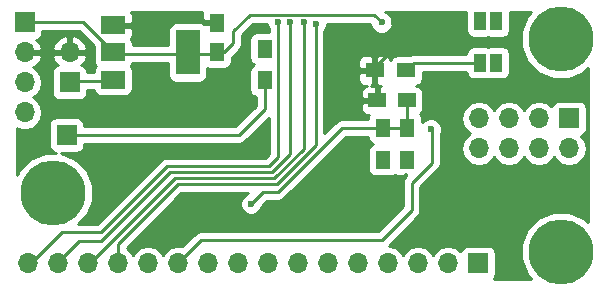
<source format=gbr>
G04 #@! TF.FileFunction,Copper,L1,Top,Signal*
%FSLAX46Y46*%
G04 Gerber Fmt 4.6, Leading zero omitted, Abs format (unit mm)*
G04 Created by KiCad (PCBNEW 4.0.7) date 07/22/18 11:21:55*
%MOMM*%
%LPD*%
G01*
G04 APERTURE LIST*
%ADD10C,0.100000*%
%ADD11R,1.250000X1.500000*%
%ADD12R,1.500000X1.250000*%
%ADD13R,1.000000X1.500000*%
%ADD14R,1.700000X1.700000*%
%ADD15O,1.700000X1.700000*%
%ADD16C,5.500000*%
%ADD17R,2.000000X3.800000*%
%ADD18R,2.000000X1.500000*%
%ADD19R,1.300000X1.500000*%
%ADD20R,1.500000X1.300000*%
%ADD21C,0.600000*%
%ADD22C,0.250000*%
%ADD23C,0.254000*%
G04 APERTURE END LIST*
D10*
D11*
X30861000Y-17125000D03*
X30861000Y-14625000D03*
D12*
X44470000Y-21209000D03*
X46970000Y-21209000D03*
D13*
X53148000Y-18006000D03*
X54548000Y-18006000D03*
X53148000Y-14506000D03*
X54548000Y-14506000D03*
D14*
X14605000Y-14605000D03*
D15*
X14605000Y-17145000D03*
X14605000Y-19685000D03*
X14605000Y-22225000D03*
D16*
X60000000Y-34000000D03*
X60000000Y-16000000D03*
X17000000Y-29000000D03*
D17*
X28423000Y-17145000D03*
D18*
X22123000Y-17145000D03*
X22123000Y-19445000D03*
X22123000Y-14845000D03*
D14*
X53000000Y-35000000D03*
D15*
X50460000Y-35000000D03*
X47920000Y-35000000D03*
X45380000Y-35000000D03*
X42840000Y-35000000D03*
X40300000Y-35000000D03*
X37760000Y-35000000D03*
X35220000Y-35000000D03*
X32680000Y-35000000D03*
X30140000Y-35000000D03*
X27600000Y-35000000D03*
X25060000Y-35000000D03*
X22520000Y-35000000D03*
X19980000Y-35000000D03*
X17440000Y-35000000D03*
X14900000Y-35000000D03*
D19*
X34925000Y-19511000D03*
X34925000Y-16811000D03*
D14*
X18415000Y-19685000D03*
D15*
X18415000Y-17145000D03*
D14*
X60706000Y-22733000D03*
D15*
X60706000Y-25273000D03*
X58166000Y-22733000D03*
X58166000Y-25273000D03*
X55626000Y-22733000D03*
X55626000Y-25273000D03*
X53086000Y-22733000D03*
X53086000Y-25273000D03*
D19*
X44958000Y-23542000D03*
X44958000Y-26242000D03*
X46990000Y-26242000D03*
X46990000Y-23542000D03*
D20*
X44243000Y-18669000D03*
X46943000Y-18669000D03*
D14*
X18161000Y-24130000D03*
D21*
X44831000Y-14605000D03*
X31369000Y-25400000D03*
X39243000Y-28575000D03*
X23622000Y-25400000D03*
X52250000Y-31000000D03*
X56388000Y-17399000D03*
X51054000Y-14605000D03*
X46990000Y-26242000D03*
X45847000Y-14605000D03*
X33782000Y-29972000D03*
X54483000Y-18034000D03*
X54483000Y-14732000D03*
X53213000Y-14478000D03*
X34925000Y-16811000D03*
X39243000Y-14732000D03*
X38227000Y-14605000D03*
X37084000Y-14605000D03*
X36068000Y-14605000D03*
X44958000Y-26242000D03*
X49008000Y-23664000D03*
D22*
X30861000Y-17125000D02*
X31516000Y-17125000D01*
X44196000Y-13970000D02*
X44831000Y-14605000D01*
X33655000Y-13970000D02*
X44196000Y-13970000D01*
X32258000Y-15367000D02*
X33655000Y-13970000D01*
X32258000Y-16383000D02*
X32258000Y-15367000D01*
X31516000Y-17125000D02*
X32258000Y-16383000D01*
X30734000Y-17252000D02*
X28824000Y-17252000D01*
X28824000Y-17252000D02*
X28804000Y-17272000D01*
X22504000Y-17272000D02*
X22225000Y-17272000D01*
X22225000Y-17272000D02*
X19558000Y-14605000D01*
X19558000Y-14605000D02*
X14605000Y-14605000D01*
X28804000Y-17272000D02*
X26035000Y-17272000D01*
X26035000Y-17272000D02*
X22504000Y-17272000D01*
X23622000Y-25400000D02*
X31369000Y-25400000D01*
X55245000Y-16256000D02*
X56388000Y-17399000D01*
X52705000Y-16256000D02*
X55245000Y-16256000D01*
X51054000Y-14605000D02*
X52705000Y-16256000D01*
X44243000Y-18669000D02*
X44243000Y-18368000D01*
X44243000Y-18368000D02*
X45847000Y-16764000D01*
X45847000Y-16764000D02*
X45847000Y-14605000D01*
X44958000Y-23542000D02*
X41482000Y-23542000D01*
X34798000Y-28956000D02*
X33782000Y-29972000D01*
X36068000Y-28956000D02*
X34798000Y-28956000D01*
X41482000Y-23542000D02*
X36068000Y-28956000D01*
X44958000Y-23542000D02*
X46990000Y-23542000D01*
X46990000Y-23542000D02*
X46990000Y-21356000D01*
X46990000Y-21356000D02*
X46970000Y-21336000D01*
X53148000Y-18006000D02*
X47606000Y-18006000D01*
X47606000Y-18006000D02*
X46943000Y-18669000D01*
X54483000Y-18034000D02*
X54511000Y-18006000D01*
X54511000Y-18006000D02*
X54548000Y-18006000D01*
X54483000Y-14732000D02*
X54548000Y-14667000D01*
X54548000Y-14667000D02*
X54548000Y-14506000D01*
X53213000Y-14478000D02*
X53185000Y-14506000D01*
X53185000Y-14506000D02*
X53148000Y-14506000D01*
X22520000Y-35000000D02*
X22520000Y-33360000D01*
X39243000Y-25019000D02*
X39243000Y-14732000D01*
X35941000Y-28321000D02*
X39243000Y-25019000D01*
X27559000Y-28321000D02*
X35941000Y-28321000D01*
X22520000Y-33360000D02*
X27559000Y-28321000D01*
X19980000Y-35000000D02*
X20118000Y-35000000D01*
X20118000Y-35000000D02*
X27305000Y-27813000D01*
X27305000Y-27813000D02*
X35744998Y-27813000D01*
X35744998Y-27813000D02*
X38227000Y-25330998D01*
X38227000Y-25330998D02*
X38227000Y-14605000D01*
X17440000Y-35000000D02*
X17440000Y-34884000D01*
X17440000Y-34884000D02*
X19177000Y-33147000D01*
X19177000Y-33147000D02*
X21082000Y-33147000D01*
X21082000Y-33147000D02*
X26924000Y-27305000D01*
X26924000Y-27305000D02*
X35560000Y-27305000D01*
X35560000Y-27305000D02*
X37084000Y-25781000D01*
X37084000Y-25781000D02*
X37084000Y-14605000D01*
X14900000Y-35000000D02*
X15165000Y-35000000D01*
X15165000Y-35000000D02*
X17780000Y-32385000D01*
X17780000Y-32385000D02*
X21082000Y-32385000D01*
X21082000Y-32385000D02*
X26670000Y-26797000D01*
X26670000Y-26797000D02*
X35306000Y-26797000D01*
X35306000Y-26797000D02*
X36068000Y-26035000D01*
X36068000Y-26035000D02*
X36068000Y-14605000D01*
X22504000Y-19572000D02*
X22479000Y-19558000D01*
X22479000Y-19558000D02*
X18542000Y-19558000D01*
X18542000Y-19558000D02*
X18415000Y-19685000D01*
X34925000Y-19511000D02*
X34925000Y-21971000D01*
X32766000Y-24130000D02*
X18161000Y-24130000D01*
X34925000Y-21971000D02*
X32766000Y-24130000D01*
X27600000Y-35000000D02*
X29580000Y-33020000D01*
X44831000Y-33020000D02*
X29580000Y-33020000D01*
X47371000Y-30480000D02*
X44831000Y-33020000D01*
X47371000Y-28194000D02*
X47371000Y-30480000D01*
X49093000Y-26472000D02*
X47371000Y-28194000D01*
X49093000Y-23749000D02*
X49093000Y-26472000D01*
X49093000Y-23749000D02*
X49008000Y-23664000D01*
D23*
G36*
X52000560Y-13756000D02*
X52000560Y-15256000D01*
X52044838Y-15491317D01*
X52183910Y-15707441D01*
X52396110Y-15852431D01*
X52648000Y-15903440D01*
X53648000Y-15903440D01*
X53855342Y-15864426D01*
X54048000Y-15903440D01*
X55048000Y-15903440D01*
X55283317Y-15859162D01*
X55499441Y-15720090D01*
X55644431Y-15507890D01*
X55695440Y-15256000D01*
X55695440Y-13756000D01*
X55686784Y-13710000D01*
X57502704Y-13710000D01*
X57132010Y-14080048D01*
X56615589Y-15323728D01*
X56614414Y-16670364D01*
X57128663Y-17914943D01*
X58080048Y-18867990D01*
X59323728Y-19384411D01*
X60670364Y-19385586D01*
X61914943Y-18871337D01*
X62290000Y-18496934D01*
X62290000Y-31502704D01*
X61919952Y-31132010D01*
X60676272Y-30615589D01*
X59329636Y-30614414D01*
X58085057Y-31128663D01*
X57132010Y-32080048D01*
X56615589Y-33323728D01*
X56614414Y-34670364D01*
X57128663Y-35914943D01*
X57503066Y-36290000D01*
X54317901Y-36290000D01*
X54446431Y-36101890D01*
X54497440Y-35850000D01*
X54497440Y-34150000D01*
X54453162Y-33914683D01*
X54314090Y-33698559D01*
X54101890Y-33553569D01*
X53850000Y-33502560D01*
X52150000Y-33502560D01*
X51914683Y-33546838D01*
X51698559Y-33685910D01*
X51553569Y-33898110D01*
X51539914Y-33965541D01*
X51510054Y-33920853D01*
X51028285Y-33598946D01*
X50460000Y-33485907D01*
X49891715Y-33598946D01*
X49409946Y-33920853D01*
X49190000Y-34250026D01*
X48970054Y-33920853D01*
X48488285Y-33598946D01*
X47920000Y-33485907D01*
X47351715Y-33598946D01*
X46869946Y-33920853D01*
X46650000Y-34250026D01*
X46430054Y-33920853D01*
X45948285Y-33598946D01*
X45429958Y-33495844D01*
X47908401Y-31017401D01*
X48073148Y-30770840D01*
X48104263Y-30614414D01*
X48131000Y-30480000D01*
X48131000Y-28508802D01*
X49630401Y-27009401D01*
X49795148Y-26762839D01*
X49853000Y-26472000D01*
X49853000Y-24067152D01*
X49942838Y-23850799D01*
X49943162Y-23478833D01*
X49801117Y-23135057D01*
X49538327Y-22871808D01*
X49194799Y-22729162D01*
X48822833Y-22728838D01*
X48479057Y-22870883D01*
X48287440Y-23062166D01*
X48287440Y-22792000D01*
X48270865Y-22703907D01*
X51601000Y-22703907D01*
X51601000Y-22762093D01*
X51714039Y-23330378D01*
X52035946Y-23812147D01*
X52321578Y-24003000D01*
X52035946Y-24193853D01*
X51714039Y-24675622D01*
X51601000Y-25243907D01*
X51601000Y-25302093D01*
X51714039Y-25870378D01*
X52035946Y-26352147D01*
X52517715Y-26674054D01*
X53086000Y-26787093D01*
X53654285Y-26674054D01*
X54136054Y-26352147D01*
X54356000Y-26022974D01*
X54575946Y-26352147D01*
X55057715Y-26674054D01*
X55626000Y-26787093D01*
X56194285Y-26674054D01*
X56676054Y-26352147D01*
X56896000Y-26022974D01*
X57115946Y-26352147D01*
X57597715Y-26674054D01*
X58166000Y-26787093D01*
X58734285Y-26674054D01*
X59216054Y-26352147D01*
X59436000Y-26022974D01*
X59655946Y-26352147D01*
X60137715Y-26674054D01*
X60706000Y-26787093D01*
X61274285Y-26674054D01*
X61756054Y-26352147D01*
X62077961Y-25870378D01*
X62191000Y-25302093D01*
X62191000Y-25243907D01*
X62077961Y-24675622D01*
X61756054Y-24193853D01*
X61754821Y-24193029D01*
X61791317Y-24186162D01*
X62007441Y-24047090D01*
X62152431Y-23834890D01*
X62203440Y-23583000D01*
X62203440Y-21883000D01*
X62159162Y-21647683D01*
X62020090Y-21431559D01*
X61807890Y-21286569D01*
X61556000Y-21235560D01*
X59856000Y-21235560D01*
X59620683Y-21279838D01*
X59404559Y-21418910D01*
X59259569Y-21631110D01*
X59245914Y-21698541D01*
X59216054Y-21653853D01*
X58734285Y-21331946D01*
X58166000Y-21218907D01*
X57597715Y-21331946D01*
X57115946Y-21653853D01*
X56896000Y-21983026D01*
X56676054Y-21653853D01*
X56194285Y-21331946D01*
X55626000Y-21218907D01*
X55057715Y-21331946D01*
X54575946Y-21653853D01*
X54356000Y-21983026D01*
X54136054Y-21653853D01*
X53654285Y-21331946D01*
X53086000Y-21218907D01*
X52517715Y-21331946D01*
X52035946Y-21653853D01*
X51714039Y-22135622D01*
X51601000Y-22703907D01*
X48270865Y-22703907D01*
X48243162Y-22556683D01*
X48104486Y-22341174D01*
X48171441Y-22298090D01*
X48316431Y-22085890D01*
X48367440Y-21834000D01*
X48367440Y-20584000D01*
X48323162Y-20348683D01*
X48184090Y-20132559D01*
X47971890Y-19987569D01*
X47783480Y-19949415D01*
X47928317Y-19922162D01*
X48144441Y-19783090D01*
X48289431Y-19570890D01*
X48340440Y-19319000D01*
X48340440Y-18766000D01*
X52002442Y-18766000D01*
X52044838Y-18991317D01*
X52183910Y-19207441D01*
X52396110Y-19352431D01*
X52648000Y-19403440D01*
X53648000Y-19403440D01*
X53855342Y-19364426D01*
X54048000Y-19403440D01*
X55048000Y-19403440D01*
X55283317Y-19359162D01*
X55499441Y-19220090D01*
X55644431Y-19007890D01*
X55695440Y-18756000D01*
X55695440Y-17256000D01*
X55651162Y-17020683D01*
X55512090Y-16804559D01*
X55299890Y-16659569D01*
X55048000Y-16608560D01*
X54048000Y-16608560D01*
X53840658Y-16647574D01*
X53648000Y-16608560D01*
X52648000Y-16608560D01*
X52412683Y-16652838D01*
X52196559Y-16791910D01*
X52051569Y-17004110D01*
X52002585Y-17246000D01*
X47606000Y-17246000D01*
X47315161Y-17303852D01*
X47213829Y-17371560D01*
X46193000Y-17371560D01*
X45957683Y-17415838D01*
X45741559Y-17554910D01*
X45596569Y-17767110D01*
X45589809Y-17800490D01*
X45531327Y-17659301D01*
X45352698Y-17480673D01*
X45119309Y-17384000D01*
X44528750Y-17384000D01*
X44370000Y-17542750D01*
X44370000Y-18542000D01*
X44390000Y-18542000D01*
X44390000Y-18796000D01*
X44370000Y-18796000D01*
X44370000Y-19795250D01*
X44528750Y-19954000D01*
X44750750Y-19954000D01*
X44597000Y-20107750D01*
X44597000Y-21082000D01*
X44617000Y-21082000D01*
X44617000Y-21336000D01*
X44597000Y-21336000D01*
X44597000Y-21356000D01*
X44343000Y-21356000D01*
X44343000Y-21336000D01*
X43243750Y-21336000D01*
X43085000Y-21494750D01*
X43085000Y-21960310D01*
X43181673Y-22193699D01*
X43360302Y-22372327D01*
X43593691Y-22469000D01*
X43760156Y-22469000D01*
X43711569Y-22540110D01*
X43662585Y-22782000D01*
X41482000Y-22782000D01*
X41191160Y-22839852D01*
X40944599Y-23004599D01*
X40003000Y-23946198D01*
X40003000Y-18954750D01*
X42858000Y-18954750D01*
X42858000Y-19445310D01*
X42954673Y-19678699D01*
X43133302Y-19857327D01*
X43366691Y-19954000D01*
X43581620Y-19954000D01*
X43360302Y-20045673D01*
X43181673Y-20224301D01*
X43085000Y-20457690D01*
X43085000Y-20923250D01*
X43243750Y-21082000D01*
X44343000Y-21082000D01*
X44343000Y-20107750D01*
X44184250Y-19949000D01*
X43962250Y-19949000D01*
X44116000Y-19795250D01*
X44116000Y-18796000D01*
X43016750Y-18796000D01*
X42858000Y-18954750D01*
X40003000Y-18954750D01*
X40003000Y-17892690D01*
X42858000Y-17892690D01*
X42858000Y-18383250D01*
X43016750Y-18542000D01*
X44116000Y-18542000D01*
X44116000Y-17542750D01*
X43957250Y-17384000D01*
X43366691Y-17384000D01*
X43133302Y-17480673D01*
X42954673Y-17659301D01*
X42858000Y-17892690D01*
X40003000Y-17892690D01*
X40003000Y-15294463D01*
X40035192Y-15262327D01*
X40177838Y-14918799D01*
X40178002Y-14730000D01*
X43881198Y-14730000D01*
X43895878Y-14744680D01*
X43895838Y-14790167D01*
X44037883Y-15133943D01*
X44300673Y-15397192D01*
X44644201Y-15539838D01*
X45016167Y-15540162D01*
X45359943Y-15398117D01*
X45623192Y-15135327D01*
X45765838Y-14791799D01*
X45766162Y-14419833D01*
X45624117Y-14076057D01*
X45361327Y-13812808D01*
X45113739Y-13710000D01*
X52009875Y-13710000D01*
X52000560Y-13756000D01*
X52000560Y-13756000D01*
G37*
X52000560Y-13756000D02*
X52000560Y-15256000D01*
X52044838Y-15491317D01*
X52183910Y-15707441D01*
X52396110Y-15852431D01*
X52648000Y-15903440D01*
X53648000Y-15903440D01*
X53855342Y-15864426D01*
X54048000Y-15903440D01*
X55048000Y-15903440D01*
X55283317Y-15859162D01*
X55499441Y-15720090D01*
X55644431Y-15507890D01*
X55695440Y-15256000D01*
X55695440Y-13756000D01*
X55686784Y-13710000D01*
X57502704Y-13710000D01*
X57132010Y-14080048D01*
X56615589Y-15323728D01*
X56614414Y-16670364D01*
X57128663Y-17914943D01*
X58080048Y-18867990D01*
X59323728Y-19384411D01*
X60670364Y-19385586D01*
X61914943Y-18871337D01*
X62290000Y-18496934D01*
X62290000Y-31502704D01*
X61919952Y-31132010D01*
X60676272Y-30615589D01*
X59329636Y-30614414D01*
X58085057Y-31128663D01*
X57132010Y-32080048D01*
X56615589Y-33323728D01*
X56614414Y-34670364D01*
X57128663Y-35914943D01*
X57503066Y-36290000D01*
X54317901Y-36290000D01*
X54446431Y-36101890D01*
X54497440Y-35850000D01*
X54497440Y-34150000D01*
X54453162Y-33914683D01*
X54314090Y-33698559D01*
X54101890Y-33553569D01*
X53850000Y-33502560D01*
X52150000Y-33502560D01*
X51914683Y-33546838D01*
X51698559Y-33685910D01*
X51553569Y-33898110D01*
X51539914Y-33965541D01*
X51510054Y-33920853D01*
X51028285Y-33598946D01*
X50460000Y-33485907D01*
X49891715Y-33598946D01*
X49409946Y-33920853D01*
X49190000Y-34250026D01*
X48970054Y-33920853D01*
X48488285Y-33598946D01*
X47920000Y-33485907D01*
X47351715Y-33598946D01*
X46869946Y-33920853D01*
X46650000Y-34250026D01*
X46430054Y-33920853D01*
X45948285Y-33598946D01*
X45429958Y-33495844D01*
X47908401Y-31017401D01*
X48073148Y-30770840D01*
X48104263Y-30614414D01*
X48131000Y-30480000D01*
X48131000Y-28508802D01*
X49630401Y-27009401D01*
X49795148Y-26762839D01*
X49853000Y-26472000D01*
X49853000Y-24067152D01*
X49942838Y-23850799D01*
X49943162Y-23478833D01*
X49801117Y-23135057D01*
X49538327Y-22871808D01*
X49194799Y-22729162D01*
X48822833Y-22728838D01*
X48479057Y-22870883D01*
X48287440Y-23062166D01*
X48287440Y-22792000D01*
X48270865Y-22703907D01*
X51601000Y-22703907D01*
X51601000Y-22762093D01*
X51714039Y-23330378D01*
X52035946Y-23812147D01*
X52321578Y-24003000D01*
X52035946Y-24193853D01*
X51714039Y-24675622D01*
X51601000Y-25243907D01*
X51601000Y-25302093D01*
X51714039Y-25870378D01*
X52035946Y-26352147D01*
X52517715Y-26674054D01*
X53086000Y-26787093D01*
X53654285Y-26674054D01*
X54136054Y-26352147D01*
X54356000Y-26022974D01*
X54575946Y-26352147D01*
X55057715Y-26674054D01*
X55626000Y-26787093D01*
X56194285Y-26674054D01*
X56676054Y-26352147D01*
X56896000Y-26022974D01*
X57115946Y-26352147D01*
X57597715Y-26674054D01*
X58166000Y-26787093D01*
X58734285Y-26674054D01*
X59216054Y-26352147D01*
X59436000Y-26022974D01*
X59655946Y-26352147D01*
X60137715Y-26674054D01*
X60706000Y-26787093D01*
X61274285Y-26674054D01*
X61756054Y-26352147D01*
X62077961Y-25870378D01*
X62191000Y-25302093D01*
X62191000Y-25243907D01*
X62077961Y-24675622D01*
X61756054Y-24193853D01*
X61754821Y-24193029D01*
X61791317Y-24186162D01*
X62007441Y-24047090D01*
X62152431Y-23834890D01*
X62203440Y-23583000D01*
X62203440Y-21883000D01*
X62159162Y-21647683D01*
X62020090Y-21431559D01*
X61807890Y-21286569D01*
X61556000Y-21235560D01*
X59856000Y-21235560D01*
X59620683Y-21279838D01*
X59404559Y-21418910D01*
X59259569Y-21631110D01*
X59245914Y-21698541D01*
X59216054Y-21653853D01*
X58734285Y-21331946D01*
X58166000Y-21218907D01*
X57597715Y-21331946D01*
X57115946Y-21653853D01*
X56896000Y-21983026D01*
X56676054Y-21653853D01*
X56194285Y-21331946D01*
X55626000Y-21218907D01*
X55057715Y-21331946D01*
X54575946Y-21653853D01*
X54356000Y-21983026D01*
X54136054Y-21653853D01*
X53654285Y-21331946D01*
X53086000Y-21218907D01*
X52517715Y-21331946D01*
X52035946Y-21653853D01*
X51714039Y-22135622D01*
X51601000Y-22703907D01*
X48270865Y-22703907D01*
X48243162Y-22556683D01*
X48104486Y-22341174D01*
X48171441Y-22298090D01*
X48316431Y-22085890D01*
X48367440Y-21834000D01*
X48367440Y-20584000D01*
X48323162Y-20348683D01*
X48184090Y-20132559D01*
X47971890Y-19987569D01*
X47783480Y-19949415D01*
X47928317Y-19922162D01*
X48144441Y-19783090D01*
X48289431Y-19570890D01*
X48340440Y-19319000D01*
X48340440Y-18766000D01*
X52002442Y-18766000D01*
X52044838Y-18991317D01*
X52183910Y-19207441D01*
X52396110Y-19352431D01*
X52648000Y-19403440D01*
X53648000Y-19403440D01*
X53855342Y-19364426D01*
X54048000Y-19403440D01*
X55048000Y-19403440D01*
X55283317Y-19359162D01*
X55499441Y-19220090D01*
X55644431Y-19007890D01*
X55695440Y-18756000D01*
X55695440Y-17256000D01*
X55651162Y-17020683D01*
X55512090Y-16804559D01*
X55299890Y-16659569D01*
X55048000Y-16608560D01*
X54048000Y-16608560D01*
X53840658Y-16647574D01*
X53648000Y-16608560D01*
X52648000Y-16608560D01*
X52412683Y-16652838D01*
X52196559Y-16791910D01*
X52051569Y-17004110D01*
X52002585Y-17246000D01*
X47606000Y-17246000D01*
X47315161Y-17303852D01*
X47213829Y-17371560D01*
X46193000Y-17371560D01*
X45957683Y-17415838D01*
X45741559Y-17554910D01*
X45596569Y-17767110D01*
X45589809Y-17800490D01*
X45531327Y-17659301D01*
X45352698Y-17480673D01*
X45119309Y-17384000D01*
X44528750Y-17384000D01*
X44370000Y-17542750D01*
X44370000Y-18542000D01*
X44390000Y-18542000D01*
X44390000Y-18796000D01*
X44370000Y-18796000D01*
X44370000Y-19795250D01*
X44528750Y-19954000D01*
X44750750Y-19954000D01*
X44597000Y-20107750D01*
X44597000Y-21082000D01*
X44617000Y-21082000D01*
X44617000Y-21336000D01*
X44597000Y-21336000D01*
X44597000Y-21356000D01*
X44343000Y-21356000D01*
X44343000Y-21336000D01*
X43243750Y-21336000D01*
X43085000Y-21494750D01*
X43085000Y-21960310D01*
X43181673Y-22193699D01*
X43360302Y-22372327D01*
X43593691Y-22469000D01*
X43760156Y-22469000D01*
X43711569Y-22540110D01*
X43662585Y-22782000D01*
X41482000Y-22782000D01*
X41191160Y-22839852D01*
X40944599Y-23004599D01*
X40003000Y-23946198D01*
X40003000Y-18954750D01*
X42858000Y-18954750D01*
X42858000Y-19445310D01*
X42954673Y-19678699D01*
X43133302Y-19857327D01*
X43366691Y-19954000D01*
X43581620Y-19954000D01*
X43360302Y-20045673D01*
X43181673Y-20224301D01*
X43085000Y-20457690D01*
X43085000Y-20923250D01*
X43243750Y-21082000D01*
X44343000Y-21082000D01*
X44343000Y-20107750D01*
X44184250Y-19949000D01*
X43962250Y-19949000D01*
X44116000Y-19795250D01*
X44116000Y-18796000D01*
X43016750Y-18796000D01*
X42858000Y-18954750D01*
X40003000Y-18954750D01*
X40003000Y-17892690D01*
X42858000Y-17892690D01*
X42858000Y-18383250D01*
X43016750Y-18542000D01*
X44116000Y-18542000D01*
X44116000Y-17542750D01*
X43957250Y-17384000D01*
X43366691Y-17384000D01*
X43133302Y-17480673D01*
X42954673Y-17659301D01*
X42858000Y-17892690D01*
X40003000Y-17892690D01*
X40003000Y-15294463D01*
X40035192Y-15262327D01*
X40177838Y-14918799D01*
X40178002Y-14730000D01*
X43881198Y-14730000D01*
X43895878Y-14744680D01*
X43895838Y-14790167D01*
X44037883Y-15133943D01*
X44300673Y-15397192D01*
X44644201Y-15539838D01*
X45016167Y-15540162D01*
X45359943Y-15398117D01*
X45623192Y-15135327D01*
X45765838Y-14791799D01*
X45766162Y-14419833D01*
X45624117Y-14076057D01*
X45361327Y-13812808D01*
X45113739Y-13710000D01*
X52009875Y-13710000D01*
X52000560Y-13756000D01*
G36*
X43704838Y-24527317D02*
X43843910Y-24743441D01*
X44056110Y-24888431D01*
X44069197Y-24891081D01*
X43856559Y-25027910D01*
X43711569Y-25240110D01*
X43660560Y-25492000D01*
X43660560Y-26992000D01*
X43704838Y-27227317D01*
X43843910Y-27443441D01*
X44056110Y-27588431D01*
X44308000Y-27639440D01*
X45608000Y-27639440D01*
X45843317Y-27595162D01*
X45966117Y-27516143D01*
X45980301Y-27530327D01*
X46213690Y-27627000D01*
X46704250Y-27627000D01*
X46862998Y-27468252D01*
X46862998Y-27627000D01*
X46863198Y-27627000D01*
X46833599Y-27656599D01*
X46668852Y-27903161D01*
X46611000Y-28194000D01*
X46611000Y-30165198D01*
X44516198Y-32260000D01*
X29580000Y-32260000D01*
X29289161Y-32317852D01*
X29042599Y-32482599D01*
X27966408Y-33558790D01*
X27600000Y-33485907D01*
X27031715Y-33598946D01*
X26549946Y-33920853D01*
X26330000Y-34250026D01*
X26110054Y-33920853D01*
X25628285Y-33598946D01*
X25060000Y-33485907D01*
X24491715Y-33598946D01*
X24009946Y-33920853D01*
X23790000Y-34250026D01*
X23570054Y-33920853D01*
X23280000Y-33727046D01*
X23280000Y-33674802D01*
X27873802Y-29081000D01*
X33489953Y-29081000D01*
X33253057Y-29178883D01*
X32989808Y-29441673D01*
X32847162Y-29785201D01*
X32846838Y-30157167D01*
X32988883Y-30500943D01*
X33251673Y-30764192D01*
X33595201Y-30906838D01*
X33967167Y-30907162D01*
X34310943Y-30765117D01*
X34574192Y-30502327D01*
X34716838Y-30158799D01*
X34716879Y-30111923D01*
X35112802Y-29716000D01*
X36068000Y-29716000D01*
X36358839Y-29658148D01*
X36605401Y-29493401D01*
X41796802Y-24302000D01*
X43662442Y-24302000D01*
X43704838Y-24527317D01*
X43704838Y-24527317D01*
G37*
X43704838Y-24527317D02*
X43843910Y-24743441D01*
X44056110Y-24888431D01*
X44069197Y-24891081D01*
X43856559Y-25027910D01*
X43711569Y-25240110D01*
X43660560Y-25492000D01*
X43660560Y-26992000D01*
X43704838Y-27227317D01*
X43843910Y-27443441D01*
X44056110Y-27588431D01*
X44308000Y-27639440D01*
X45608000Y-27639440D01*
X45843317Y-27595162D01*
X45966117Y-27516143D01*
X45980301Y-27530327D01*
X46213690Y-27627000D01*
X46704250Y-27627000D01*
X46862998Y-27468252D01*
X46862998Y-27627000D01*
X46863198Y-27627000D01*
X46833599Y-27656599D01*
X46668852Y-27903161D01*
X46611000Y-28194000D01*
X46611000Y-30165198D01*
X44516198Y-32260000D01*
X29580000Y-32260000D01*
X29289161Y-32317852D01*
X29042599Y-32482599D01*
X27966408Y-33558790D01*
X27600000Y-33485907D01*
X27031715Y-33598946D01*
X26549946Y-33920853D01*
X26330000Y-34250026D01*
X26110054Y-33920853D01*
X25628285Y-33598946D01*
X25060000Y-33485907D01*
X24491715Y-33598946D01*
X24009946Y-33920853D01*
X23790000Y-34250026D01*
X23570054Y-33920853D01*
X23280000Y-33727046D01*
X23280000Y-33674802D01*
X27873802Y-29081000D01*
X33489953Y-29081000D01*
X33253057Y-29178883D01*
X32989808Y-29441673D01*
X32847162Y-29785201D01*
X32846838Y-30157167D01*
X32988883Y-30500943D01*
X33251673Y-30764192D01*
X33595201Y-30906838D01*
X33967167Y-30907162D01*
X34310943Y-30765117D01*
X34574192Y-30502327D01*
X34716838Y-30158799D01*
X34716879Y-30111923D01*
X35112802Y-29716000D01*
X36068000Y-29716000D01*
X36358839Y-29658148D01*
X36605401Y-29493401D01*
X41796802Y-24302000D01*
X43662442Y-24302000D01*
X43704838Y-24527317D01*
G36*
X35308000Y-25720198D02*
X34991198Y-26037000D01*
X26670000Y-26037000D01*
X26379160Y-26094852D01*
X26132599Y-26259599D01*
X20767198Y-31625000D01*
X19161710Y-31625000D01*
X19867990Y-30919952D01*
X20384411Y-29676272D01*
X20385586Y-28329636D01*
X19871337Y-27085057D01*
X18919952Y-26132010D01*
X17704812Y-25627440D01*
X19011000Y-25627440D01*
X19246317Y-25583162D01*
X19462441Y-25444090D01*
X19607431Y-25231890D01*
X19658440Y-24980000D01*
X19658440Y-24890000D01*
X32766000Y-24890000D01*
X33056839Y-24832148D01*
X33303401Y-24667401D01*
X35308000Y-22662802D01*
X35308000Y-25720198D01*
X35308000Y-25720198D01*
G37*
X35308000Y-25720198D02*
X34991198Y-26037000D01*
X26670000Y-26037000D01*
X26379160Y-26094852D01*
X26132599Y-26259599D01*
X20767198Y-31625000D01*
X19161710Y-31625000D01*
X19867990Y-30919952D01*
X20384411Y-29676272D01*
X20385586Y-28329636D01*
X19871337Y-27085057D01*
X18919952Y-26132010D01*
X17704812Y-25627440D01*
X19011000Y-25627440D01*
X19246317Y-25583162D01*
X19462441Y-25444090D01*
X19607431Y-25231890D01*
X19658440Y-24980000D01*
X19658440Y-24890000D01*
X32766000Y-24890000D01*
X33056839Y-24832148D01*
X33303401Y-24667401D01*
X35308000Y-22662802D01*
X35308000Y-25720198D01*
G36*
X35132838Y-14790167D02*
X35274883Y-15133943D01*
X35308000Y-15167118D01*
X35308000Y-15413560D01*
X34275000Y-15413560D01*
X34039683Y-15457838D01*
X33823559Y-15596910D01*
X33678569Y-15809110D01*
X33627560Y-16061000D01*
X33627560Y-17561000D01*
X33671838Y-17796317D01*
X33810910Y-18012441D01*
X34023110Y-18157431D01*
X34036197Y-18160081D01*
X33823559Y-18296910D01*
X33678569Y-18509110D01*
X33627560Y-18761000D01*
X33627560Y-20261000D01*
X33671838Y-20496317D01*
X33810910Y-20712441D01*
X34023110Y-20857431D01*
X34165000Y-20886164D01*
X34165000Y-21656198D01*
X32451198Y-23370000D01*
X19658440Y-23370000D01*
X19658440Y-23280000D01*
X19614162Y-23044683D01*
X19475090Y-22828559D01*
X19262890Y-22683569D01*
X19011000Y-22632560D01*
X17311000Y-22632560D01*
X17075683Y-22676838D01*
X16859559Y-22815910D01*
X16714569Y-23028110D01*
X16663560Y-23280000D01*
X16663560Y-24980000D01*
X16707838Y-25215317D01*
X16846910Y-25431441D01*
X17059110Y-25576431D01*
X17250644Y-25615218D01*
X16329636Y-25614414D01*
X15085057Y-26128663D01*
X14132010Y-27080048D01*
X13960000Y-27494294D01*
X13960000Y-23565141D01*
X14007622Y-23596961D01*
X14575907Y-23710000D01*
X14634093Y-23710000D01*
X15202378Y-23596961D01*
X15684147Y-23275054D01*
X16006054Y-22793285D01*
X16119093Y-22225000D01*
X16006054Y-21656715D01*
X15684147Y-21174946D01*
X15354974Y-20955000D01*
X15684147Y-20735054D01*
X16006054Y-20253285D01*
X16119093Y-19685000D01*
X16006054Y-19116715D01*
X15684147Y-18634946D01*
X15343447Y-18407298D01*
X15486358Y-18340183D01*
X15876645Y-17911924D01*
X16046476Y-17501890D01*
X15925155Y-17272000D01*
X14732000Y-17272000D01*
X14732000Y-17292000D01*
X14478000Y-17292000D01*
X14478000Y-17272000D01*
X14458000Y-17272000D01*
X14458000Y-17018000D01*
X14478000Y-17018000D01*
X14478000Y-16998000D01*
X14732000Y-16998000D01*
X14732000Y-17018000D01*
X15925155Y-17018000D01*
X16046476Y-16788110D01*
X16973524Y-16788110D01*
X17094845Y-17018000D01*
X18288000Y-17018000D01*
X18288000Y-15824181D01*
X18542000Y-15824181D01*
X18542000Y-17018000D01*
X19735155Y-17018000D01*
X19856476Y-16788110D01*
X19686645Y-16378076D01*
X19296358Y-15949817D01*
X18771892Y-15703514D01*
X18542000Y-15824181D01*
X18288000Y-15824181D01*
X18058108Y-15703514D01*
X17533642Y-15949817D01*
X17143355Y-16378076D01*
X16973524Y-16788110D01*
X16046476Y-16788110D01*
X15876645Y-16378076D01*
X15600499Y-16075063D01*
X15690317Y-16058162D01*
X15906441Y-15919090D01*
X16051431Y-15706890D01*
X16102440Y-15455000D01*
X16102440Y-15365000D01*
X19243198Y-15365000D01*
X20475560Y-16597362D01*
X20475560Y-17895000D01*
X20519838Y-18130317D01*
X20626759Y-18296477D01*
X20526569Y-18443110D01*
X20475560Y-18695000D01*
X20475560Y-18798000D01*
X19905478Y-18798000D01*
X19868162Y-18599683D01*
X19729090Y-18383559D01*
X19516890Y-18238569D01*
X19408893Y-18216699D01*
X19686645Y-17911924D01*
X19856476Y-17501890D01*
X19735155Y-17272000D01*
X18542000Y-17272000D01*
X18542000Y-17292000D01*
X18288000Y-17292000D01*
X18288000Y-17272000D01*
X17094845Y-17272000D01*
X16973524Y-17501890D01*
X17143355Y-17911924D01*
X17419501Y-18214937D01*
X17329683Y-18231838D01*
X17113559Y-18370910D01*
X16968569Y-18583110D01*
X16917560Y-18835000D01*
X16917560Y-20535000D01*
X16961838Y-20770317D01*
X17100910Y-20986441D01*
X17313110Y-21131431D01*
X17565000Y-21182440D01*
X19265000Y-21182440D01*
X19500317Y-21138162D01*
X19716441Y-20999090D01*
X19861431Y-20786890D01*
X19912440Y-20535000D01*
X19912440Y-20318000D01*
X20498704Y-20318000D01*
X20519838Y-20430317D01*
X20658910Y-20646441D01*
X20871110Y-20791431D01*
X21123000Y-20842440D01*
X23123000Y-20842440D01*
X23358317Y-20798162D01*
X23574441Y-20659090D01*
X23719431Y-20446890D01*
X23770440Y-20195000D01*
X23770440Y-18695000D01*
X23726162Y-18459683D01*
X23619241Y-18293523D01*
X23719431Y-18146890D01*
X23742697Y-18032000D01*
X26775560Y-18032000D01*
X26775560Y-19045000D01*
X26819838Y-19280317D01*
X26958910Y-19496441D01*
X27171110Y-19641431D01*
X27423000Y-19692440D01*
X29423000Y-19692440D01*
X29658317Y-19648162D01*
X29874441Y-19509090D01*
X30019431Y-19296890D01*
X30070440Y-19045000D01*
X30070440Y-18488913D01*
X30236000Y-18522440D01*
X31486000Y-18522440D01*
X31721317Y-18478162D01*
X31937441Y-18339090D01*
X32082431Y-18126890D01*
X32133440Y-17875000D01*
X32133440Y-17582362D01*
X32795401Y-16920401D01*
X32960148Y-16673840D01*
X32980832Y-16569852D01*
X33018000Y-16383000D01*
X33018000Y-15681802D01*
X33969802Y-14730000D01*
X35132890Y-14730000D01*
X35132838Y-14790167D01*
X35132838Y-14790167D01*
G37*
X35132838Y-14790167D02*
X35274883Y-15133943D01*
X35308000Y-15167118D01*
X35308000Y-15413560D01*
X34275000Y-15413560D01*
X34039683Y-15457838D01*
X33823559Y-15596910D01*
X33678569Y-15809110D01*
X33627560Y-16061000D01*
X33627560Y-17561000D01*
X33671838Y-17796317D01*
X33810910Y-18012441D01*
X34023110Y-18157431D01*
X34036197Y-18160081D01*
X33823559Y-18296910D01*
X33678569Y-18509110D01*
X33627560Y-18761000D01*
X33627560Y-20261000D01*
X33671838Y-20496317D01*
X33810910Y-20712441D01*
X34023110Y-20857431D01*
X34165000Y-20886164D01*
X34165000Y-21656198D01*
X32451198Y-23370000D01*
X19658440Y-23370000D01*
X19658440Y-23280000D01*
X19614162Y-23044683D01*
X19475090Y-22828559D01*
X19262890Y-22683569D01*
X19011000Y-22632560D01*
X17311000Y-22632560D01*
X17075683Y-22676838D01*
X16859559Y-22815910D01*
X16714569Y-23028110D01*
X16663560Y-23280000D01*
X16663560Y-24980000D01*
X16707838Y-25215317D01*
X16846910Y-25431441D01*
X17059110Y-25576431D01*
X17250644Y-25615218D01*
X16329636Y-25614414D01*
X15085057Y-26128663D01*
X14132010Y-27080048D01*
X13960000Y-27494294D01*
X13960000Y-23565141D01*
X14007622Y-23596961D01*
X14575907Y-23710000D01*
X14634093Y-23710000D01*
X15202378Y-23596961D01*
X15684147Y-23275054D01*
X16006054Y-22793285D01*
X16119093Y-22225000D01*
X16006054Y-21656715D01*
X15684147Y-21174946D01*
X15354974Y-20955000D01*
X15684147Y-20735054D01*
X16006054Y-20253285D01*
X16119093Y-19685000D01*
X16006054Y-19116715D01*
X15684147Y-18634946D01*
X15343447Y-18407298D01*
X15486358Y-18340183D01*
X15876645Y-17911924D01*
X16046476Y-17501890D01*
X15925155Y-17272000D01*
X14732000Y-17272000D01*
X14732000Y-17292000D01*
X14478000Y-17292000D01*
X14478000Y-17272000D01*
X14458000Y-17272000D01*
X14458000Y-17018000D01*
X14478000Y-17018000D01*
X14478000Y-16998000D01*
X14732000Y-16998000D01*
X14732000Y-17018000D01*
X15925155Y-17018000D01*
X16046476Y-16788110D01*
X16973524Y-16788110D01*
X17094845Y-17018000D01*
X18288000Y-17018000D01*
X18288000Y-15824181D01*
X18542000Y-15824181D01*
X18542000Y-17018000D01*
X19735155Y-17018000D01*
X19856476Y-16788110D01*
X19686645Y-16378076D01*
X19296358Y-15949817D01*
X18771892Y-15703514D01*
X18542000Y-15824181D01*
X18288000Y-15824181D01*
X18058108Y-15703514D01*
X17533642Y-15949817D01*
X17143355Y-16378076D01*
X16973524Y-16788110D01*
X16046476Y-16788110D01*
X15876645Y-16378076D01*
X15600499Y-16075063D01*
X15690317Y-16058162D01*
X15906441Y-15919090D01*
X16051431Y-15706890D01*
X16102440Y-15455000D01*
X16102440Y-15365000D01*
X19243198Y-15365000D01*
X20475560Y-16597362D01*
X20475560Y-17895000D01*
X20519838Y-18130317D01*
X20626759Y-18296477D01*
X20526569Y-18443110D01*
X20475560Y-18695000D01*
X20475560Y-18798000D01*
X19905478Y-18798000D01*
X19868162Y-18599683D01*
X19729090Y-18383559D01*
X19516890Y-18238569D01*
X19408893Y-18216699D01*
X19686645Y-17911924D01*
X19856476Y-17501890D01*
X19735155Y-17272000D01*
X18542000Y-17272000D01*
X18542000Y-17292000D01*
X18288000Y-17292000D01*
X18288000Y-17272000D01*
X17094845Y-17272000D01*
X16973524Y-17501890D01*
X17143355Y-17911924D01*
X17419501Y-18214937D01*
X17329683Y-18231838D01*
X17113559Y-18370910D01*
X16968569Y-18583110D01*
X16917560Y-18835000D01*
X16917560Y-20535000D01*
X16961838Y-20770317D01*
X17100910Y-20986441D01*
X17313110Y-21131431D01*
X17565000Y-21182440D01*
X19265000Y-21182440D01*
X19500317Y-21138162D01*
X19716441Y-20999090D01*
X19861431Y-20786890D01*
X19912440Y-20535000D01*
X19912440Y-20318000D01*
X20498704Y-20318000D01*
X20519838Y-20430317D01*
X20658910Y-20646441D01*
X20871110Y-20791431D01*
X21123000Y-20842440D01*
X23123000Y-20842440D01*
X23358317Y-20798162D01*
X23574441Y-20659090D01*
X23719431Y-20446890D01*
X23770440Y-20195000D01*
X23770440Y-18695000D01*
X23726162Y-18459683D01*
X23619241Y-18293523D01*
X23719431Y-18146890D01*
X23742697Y-18032000D01*
X26775560Y-18032000D01*
X26775560Y-19045000D01*
X26819838Y-19280317D01*
X26958910Y-19496441D01*
X27171110Y-19641431D01*
X27423000Y-19692440D01*
X29423000Y-19692440D01*
X29658317Y-19648162D01*
X29874441Y-19509090D01*
X30019431Y-19296890D01*
X30070440Y-19045000D01*
X30070440Y-18488913D01*
X30236000Y-18522440D01*
X31486000Y-18522440D01*
X31721317Y-18478162D01*
X31937441Y-18339090D01*
X32082431Y-18126890D01*
X32133440Y-17875000D01*
X32133440Y-17582362D01*
X32795401Y-16920401D01*
X32960148Y-16673840D01*
X32980832Y-16569852D01*
X33018000Y-16383000D01*
X33018000Y-15681802D01*
X33969802Y-14730000D01*
X35132890Y-14730000D01*
X35132838Y-14790167D01*
G36*
X47117000Y-26115000D02*
X47137000Y-26115000D01*
X47137000Y-26369000D01*
X47117000Y-26369000D01*
X47117000Y-26389000D01*
X46863000Y-26389000D01*
X46863000Y-26369000D01*
X46843000Y-26369000D01*
X46843000Y-26115000D01*
X46863000Y-26115000D01*
X46863000Y-26095000D01*
X47117000Y-26095000D01*
X47117000Y-26115000D01*
X47117000Y-26115000D01*
G37*
X47117000Y-26115000D02*
X47137000Y-26115000D01*
X47137000Y-26369000D01*
X47117000Y-26369000D01*
X47117000Y-26389000D01*
X46863000Y-26389000D01*
X46863000Y-26369000D01*
X46843000Y-26369000D01*
X46843000Y-26115000D01*
X46863000Y-26115000D01*
X46863000Y-26095000D01*
X47117000Y-26095000D01*
X47117000Y-26115000D01*
G36*
X29601000Y-13748691D02*
X29601000Y-14339250D01*
X29759750Y-14498000D01*
X30734000Y-14498000D01*
X30734000Y-14478000D01*
X30988000Y-14478000D01*
X30988000Y-14498000D01*
X31008000Y-14498000D01*
X31008000Y-14752000D01*
X30988000Y-14752000D01*
X30988000Y-14772000D01*
X30734000Y-14772000D01*
X30734000Y-14752000D01*
X29826266Y-14752000D01*
X29674890Y-14648569D01*
X29423000Y-14597560D01*
X27423000Y-14597560D01*
X27187683Y-14641838D01*
X26971559Y-14780910D01*
X26826569Y-14993110D01*
X26775560Y-15245000D01*
X26775560Y-16512000D01*
X23770440Y-16512000D01*
X23770440Y-16395000D01*
X23726162Y-16159683D01*
X23620518Y-15995508D01*
X23661327Y-15954699D01*
X23758000Y-15721310D01*
X23758000Y-15130750D01*
X23599250Y-14972000D01*
X22250000Y-14972000D01*
X22250000Y-14992000D01*
X21996000Y-14992000D01*
X21996000Y-14972000D01*
X21976000Y-14972000D01*
X21976000Y-14718000D01*
X21996000Y-14718000D01*
X21996000Y-14698000D01*
X22250000Y-14698000D01*
X22250000Y-14718000D01*
X23599250Y-14718000D01*
X23758000Y-14559250D01*
X23758000Y-13968690D01*
X23661327Y-13735301D01*
X23636026Y-13710000D01*
X29617026Y-13710000D01*
X29601000Y-13748691D01*
X29601000Y-13748691D01*
G37*
X29601000Y-13748691D02*
X29601000Y-14339250D01*
X29759750Y-14498000D01*
X30734000Y-14498000D01*
X30734000Y-14478000D01*
X30988000Y-14478000D01*
X30988000Y-14498000D01*
X31008000Y-14498000D01*
X31008000Y-14752000D01*
X30988000Y-14752000D01*
X30988000Y-14772000D01*
X30734000Y-14772000D01*
X30734000Y-14752000D01*
X29826266Y-14752000D01*
X29674890Y-14648569D01*
X29423000Y-14597560D01*
X27423000Y-14597560D01*
X27187683Y-14641838D01*
X26971559Y-14780910D01*
X26826569Y-14993110D01*
X26775560Y-15245000D01*
X26775560Y-16512000D01*
X23770440Y-16512000D01*
X23770440Y-16395000D01*
X23726162Y-16159683D01*
X23620518Y-15995508D01*
X23661327Y-15954699D01*
X23758000Y-15721310D01*
X23758000Y-15130750D01*
X23599250Y-14972000D01*
X22250000Y-14972000D01*
X22250000Y-14992000D01*
X21996000Y-14992000D01*
X21996000Y-14972000D01*
X21976000Y-14972000D01*
X21976000Y-14718000D01*
X21996000Y-14718000D01*
X21996000Y-14698000D01*
X22250000Y-14698000D01*
X22250000Y-14718000D01*
X23599250Y-14718000D01*
X23758000Y-14559250D01*
X23758000Y-13968690D01*
X23661327Y-13735301D01*
X23636026Y-13710000D01*
X29617026Y-13710000D01*
X29601000Y-13748691D01*
M02*

</source>
